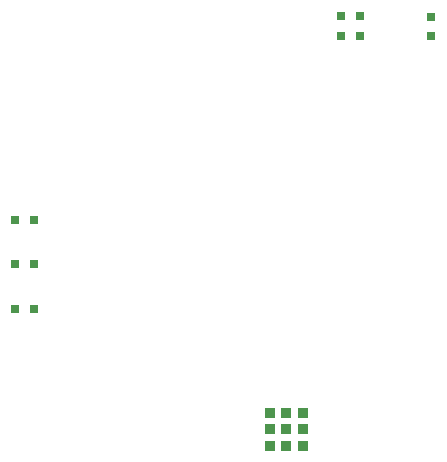
<source format=gtp>
G04 Layer: TopPasteMaskLayer*
G04 EasyEDA Pro v2.2.40.8, 2025-10-27 13:57:15*
G04 Gerber Generator version 0.3*
G04 Scale: 100 percent, Rotated: No, Reflected: No*
G04 Dimensions in millimeters*
G04 Leading zeros omitted, absolute positions, 4 integers and 5 decimals*
G04 Generated by one-click*
%FSLAX45Y45*%
%MOMM*%
%ADD10R,0.8001X0.8001*%
%ADD11R,0.89992X0.89992*%
%ADD12C,0.8994*%
G75*


G04 Pad Start*
G54D10*
G01X5270856Y9140241D03*
G01X5270144Y9300134D03*
G01X4504741Y9308719D03*
G01X4664659Y9309430D03*
G01X4504741Y9143619D03*
G01X4664659Y9144330D03*
G54D11*
G01X3902431Y5951449D03*
G01X4042435Y5951449D03*
G01X4182440Y5951449D03*
G01X4182440Y5671439D03*
G01X4042435Y5671439D03*
G01X3902431Y5671439D03*
G01X3902431Y5811444D03*
G01X4182440Y5811444D03*
G01X4042461Y5811444D03*
G54D10*
G01X1908734Y6832930D03*
G01X1748841Y6832244D03*
G01X1908734Y7213930D03*
G01X1748841Y7213244D03*
G01X1908734Y7582230D03*
G01X1748841Y7581544D03*
G04 Pad End*

M02*


</source>
